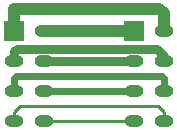
<source format=gbr>
G04 #@! TF.GenerationSoftware,KiCad,Pcbnew,(5.1.5-0-10_14)*
G04 #@! TF.CreationDate,2020-05-17T17:17:15+01:00*
G04 #@! TF.ProjectId,Test_Traces,54657374-5f54-4726-9163-65732e6b6963,rev?*
G04 #@! TF.SameCoordinates,Original*
G04 #@! TF.FileFunction,Copper,L1,Top*
G04 #@! TF.FilePolarity,Positive*
%FSLAX46Y46*%
G04 Gerber Fmt 4.6, Leading zero omitted, Abs format (unit mm)*
G04 Created by KiCad (PCBNEW (5.1.5-0-10_14)) date 2020-05-17 17:17:15*
%MOMM*%
%LPD*%
G04 APERTURE LIST*
%ADD10R,1.700000X1.700000*%
%ADD11O,1.600000X1.000000*%
%ADD12C,0.250000*%
%ADD13C,0.600000*%
%ADD14C,0.800000*%
%ADD15C,1.000000*%
G04 APERTURE END LIST*
D10*
X78840000Y-85330000D03*
D11*
X81380000Y-85330000D03*
X78840000Y-87870000D03*
X81380000Y-87870000D03*
X78840000Y-90410000D03*
X81380000Y-90410000D03*
X78840000Y-92950000D03*
X81380000Y-92950000D03*
X71280000Y-92950000D03*
X68740000Y-92950000D03*
X71280000Y-90410000D03*
X68740000Y-90410000D03*
X71280000Y-87870000D03*
X68740000Y-87870000D03*
X71280000Y-85330000D03*
D10*
X68740000Y-85330000D03*
D12*
X72330000Y-92950000D02*
X78840000Y-92950000D01*
X71280000Y-92950000D02*
X72330000Y-92950000D01*
X80890000Y-91710000D02*
X81380000Y-92200000D01*
X81380000Y-92200000D02*
X81380000Y-92950000D01*
X69230000Y-91710000D02*
X80890000Y-91710000D01*
X68740000Y-92200000D02*
X69230000Y-91710000D01*
X68740000Y-92950000D02*
X68740000Y-92200000D01*
D13*
X71280000Y-90410000D02*
X78840000Y-90410000D01*
X81380000Y-89310000D02*
X81380000Y-90410000D01*
X81230000Y-89160000D02*
X81380000Y-89310000D01*
X68740000Y-89310000D02*
X68890000Y-89160000D01*
X68890000Y-89160000D02*
X81230000Y-89160000D01*
X68740000Y-90410000D02*
X68740000Y-89310000D01*
D14*
X71280000Y-87870000D02*
X78840000Y-87870000D01*
X68740000Y-87870000D02*
X68740000Y-87060000D01*
X68740000Y-87060000D02*
X68950000Y-86850000D01*
X68950000Y-86850000D02*
X80790000Y-86850000D01*
X81380000Y-87440000D02*
X81380000Y-87870000D01*
X80790000Y-86850000D02*
X81380000Y-87440000D01*
D15*
X71280000Y-85330000D02*
X78840000Y-85330000D01*
X81380000Y-83830000D02*
X81380000Y-85330000D01*
X80980000Y-83430000D02*
X81380000Y-83830000D01*
X68790000Y-83430000D02*
X80980000Y-83430000D01*
X68740000Y-83480000D02*
X68790000Y-83430000D01*
X68740000Y-85330000D02*
X68740000Y-83480000D01*
M02*

</source>
